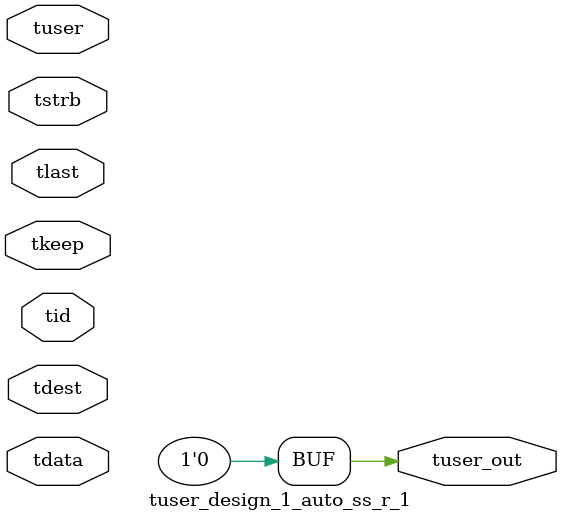
<source format=v>


`timescale 1ps/1ps

module tuser_design_1_auto_ss_r_1 #
(
parameter C_S_AXIS_TUSER_WIDTH = 1,
parameter C_S_AXIS_TDATA_WIDTH = 32,
parameter C_S_AXIS_TID_WIDTH   = 0,
parameter C_S_AXIS_TDEST_WIDTH = 0,
parameter C_M_AXIS_TUSER_WIDTH = 1
)
(
input  [(C_S_AXIS_TUSER_WIDTH == 0 ? 1 : C_S_AXIS_TUSER_WIDTH)-1:0     ] tuser,
input  [(C_S_AXIS_TDATA_WIDTH == 0 ? 1 : C_S_AXIS_TDATA_WIDTH)-1:0     ] tdata,
input  [(C_S_AXIS_TID_WIDTH   == 0 ? 1 : C_S_AXIS_TID_WIDTH)-1:0       ] tid,
input  [(C_S_AXIS_TDEST_WIDTH == 0 ? 1 : C_S_AXIS_TDEST_WIDTH)-1:0     ] tdest,
input  [(C_S_AXIS_TDATA_WIDTH/8)-1:0 ] tkeep,
input  [(C_S_AXIS_TDATA_WIDTH/8)-1:0 ] tstrb,
input                                                                    tlast,
output [C_M_AXIS_TUSER_WIDTH-1:0] tuser_out
);

assign tuser_out = {1'b0};

endmodule


</source>
